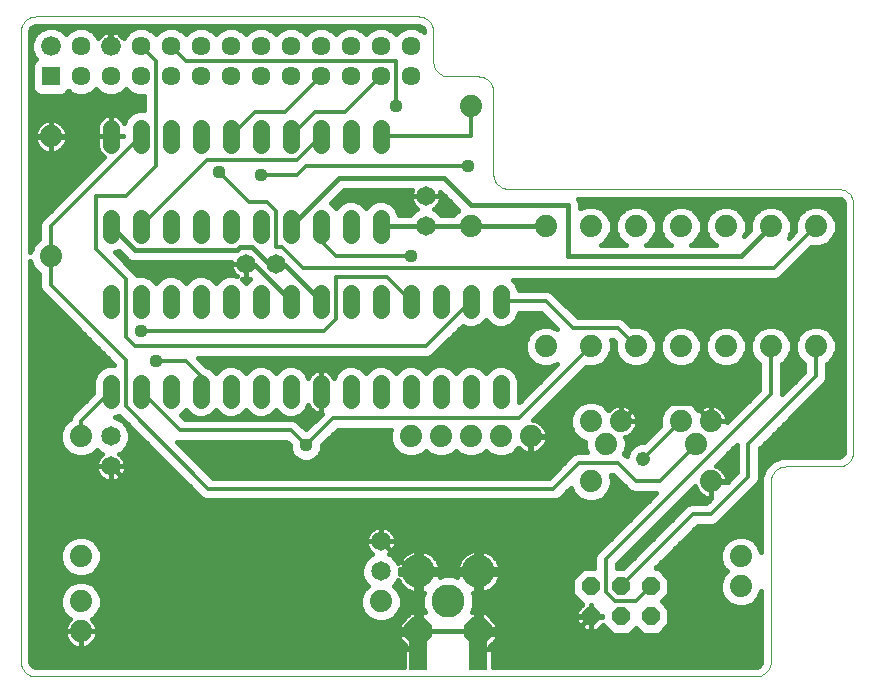
<source format=gbl>
G75*
G70*
%OFA0B0*%
%FSLAX24Y24*%
%IPPOS*%
%LPD*%
%AMOC8*
5,1,8,0,0,1.08239X$1,22.5*
%
%ADD10C,0.0000*%
%ADD11R,0.0634X0.0634*%
%ADD12C,0.0660*%
%ADD13C,0.0634*%
%ADD14C,0.1100*%
%ADD15OC8,0.0915*%
%ADD16R,0.0600X0.1600*%
%ADD17C,0.0650*%
%ADD18C,0.0560*%
%ADD19C,0.0740*%
%ADD20OC8,0.0600*%
%ADD21C,0.0150*%
%ADD22C,0.0160*%
%ADD23C,0.0476*%
%ADD24C,0.0120*%
%ADD25C,0.0440*%
D10*
X001680Y001180D02*
X025680Y001180D01*
X025724Y001182D01*
X025767Y001188D01*
X025809Y001197D01*
X025851Y001210D01*
X025891Y001227D01*
X025930Y001247D01*
X025967Y001270D01*
X026001Y001297D01*
X026034Y001326D01*
X026063Y001359D01*
X026090Y001393D01*
X026113Y001430D01*
X026133Y001469D01*
X026150Y001509D01*
X026163Y001551D01*
X026172Y001593D01*
X026178Y001636D01*
X026180Y001680D01*
X026180Y007680D01*
X026182Y007724D01*
X026188Y007767D01*
X026197Y007809D01*
X026210Y007851D01*
X026227Y007891D01*
X026247Y007930D01*
X026270Y007967D01*
X026297Y008001D01*
X026326Y008034D01*
X026359Y008063D01*
X026393Y008090D01*
X026430Y008113D01*
X026469Y008133D01*
X026509Y008150D01*
X026551Y008163D01*
X026593Y008172D01*
X026636Y008178D01*
X026680Y008180D01*
X028430Y008180D01*
X028474Y008182D01*
X028517Y008188D01*
X028559Y008197D01*
X028601Y008210D01*
X028641Y008227D01*
X028680Y008247D01*
X028717Y008270D01*
X028751Y008297D01*
X028784Y008326D01*
X028813Y008359D01*
X028840Y008393D01*
X028863Y008430D01*
X028883Y008469D01*
X028900Y008509D01*
X028913Y008551D01*
X028922Y008593D01*
X028928Y008636D01*
X028930Y008680D01*
X028930Y016930D01*
X028928Y016974D01*
X028922Y017017D01*
X028913Y017059D01*
X028900Y017101D01*
X028883Y017141D01*
X028863Y017180D01*
X028840Y017217D01*
X028813Y017251D01*
X028784Y017284D01*
X028751Y017313D01*
X028717Y017340D01*
X028680Y017363D01*
X028641Y017383D01*
X028601Y017400D01*
X028559Y017413D01*
X028517Y017422D01*
X028474Y017428D01*
X028430Y017430D01*
X017430Y017430D01*
X017386Y017432D01*
X017343Y017438D01*
X017301Y017447D01*
X017259Y017460D01*
X017219Y017477D01*
X017180Y017497D01*
X017143Y017520D01*
X017109Y017547D01*
X017076Y017576D01*
X017047Y017609D01*
X017020Y017643D01*
X016997Y017680D01*
X016977Y017719D01*
X016960Y017759D01*
X016947Y017801D01*
X016938Y017843D01*
X016932Y017886D01*
X016930Y017930D01*
X016930Y020680D01*
X016928Y020724D01*
X016922Y020767D01*
X016913Y020809D01*
X016900Y020851D01*
X016883Y020891D01*
X016863Y020930D01*
X016840Y020967D01*
X016813Y021001D01*
X016784Y021034D01*
X016751Y021063D01*
X016717Y021090D01*
X016680Y021113D01*
X016641Y021133D01*
X016601Y021150D01*
X016559Y021163D01*
X016517Y021172D01*
X016474Y021178D01*
X016430Y021180D01*
X015430Y021180D01*
X015386Y021182D01*
X015343Y021188D01*
X015301Y021197D01*
X015259Y021210D01*
X015219Y021227D01*
X015180Y021247D01*
X015143Y021270D01*
X015109Y021297D01*
X015076Y021326D01*
X015047Y021359D01*
X015020Y021393D01*
X014997Y021430D01*
X014977Y021469D01*
X014960Y021509D01*
X014947Y021551D01*
X014938Y021593D01*
X014932Y021636D01*
X014930Y021680D01*
X014930Y022680D01*
X014928Y022724D01*
X014922Y022767D01*
X014913Y022809D01*
X014900Y022851D01*
X014883Y022891D01*
X014863Y022930D01*
X014840Y022967D01*
X014813Y023001D01*
X014784Y023034D01*
X014751Y023063D01*
X014717Y023090D01*
X014680Y023113D01*
X014641Y023133D01*
X014601Y023150D01*
X014559Y023163D01*
X014517Y023172D01*
X014474Y023178D01*
X014430Y023180D01*
X001680Y023180D01*
X001636Y023178D01*
X001593Y023172D01*
X001551Y023163D01*
X001509Y023150D01*
X001469Y023133D01*
X001430Y023113D01*
X001393Y023090D01*
X001359Y023063D01*
X001326Y023034D01*
X001297Y023001D01*
X001270Y022967D01*
X001247Y022930D01*
X001227Y022891D01*
X001210Y022851D01*
X001197Y022809D01*
X001188Y022767D01*
X001182Y022724D01*
X001180Y022680D01*
X001180Y001680D01*
X001182Y001636D01*
X001188Y001593D01*
X001197Y001551D01*
X001210Y001509D01*
X001227Y001469D01*
X001247Y001430D01*
X001270Y001393D01*
X001297Y001359D01*
X001326Y001326D01*
X001359Y001297D01*
X001393Y001270D01*
X001430Y001247D01*
X001469Y001227D01*
X001509Y001210D01*
X001551Y001197D01*
X001593Y001188D01*
X001636Y001182D01*
X001680Y001180D01*
D11*
X002180Y021180D03*
D12*
X002180Y022180D03*
X004180Y022180D03*
D13*
X003180Y022180D03*
X003180Y021180D03*
X004180Y021180D03*
X005180Y021180D03*
X006180Y021180D03*
X007180Y021180D03*
X008180Y021180D03*
X009180Y021180D03*
X010180Y021180D03*
X011180Y021180D03*
X012180Y021180D03*
X013180Y021180D03*
X014180Y021180D03*
X014180Y022180D03*
X013180Y022180D03*
X012180Y022180D03*
X011180Y022180D03*
X010180Y022180D03*
X009180Y022180D03*
X008180Y022180D03*
X007180Y022180D03*
X006180Y022180D03*
X005180Y022180D03*
D14*
X014430Y004680D03*
X015430Y003680D03*
X016430Y004680D03*
D15*
X016430Y002680D03*
X014430Y002680D03*
D16*
X014430Y002180D03*
X016430Y002180D03*
D17*
X013180Y004680D03*
X013180Y005680D03*
X004180Y008180D03*
X004180Y009180D03*
X008680Y014930D03*
X009680Y014930D03*
X014680Y016180D03*
X014680Y017180D03*
D18*
X013180Y016460D02*
X013180Y015900D01*
X012180Y015900D02*
X012180Y016460D01*
X011180Y016460D02*
X011180Y015900D01*
X010180Y015900D02*
X010180Y016460D01*
X009180Y016460D02*
X009180Y015900D01*
X008180Y015900D02*
X008180Y016460D01*
X007180Y016460D02*
X007180Y015900D01*
X006180Y015900D02*
X006180Y016460D01*
X005180Y016460D02*
X005180Y015900D01*
X004180Y015900D02*
X004180Y016460D01*
X004180Y018900D02*
X004180Y019460D01*
X005180Y019460D02*
X005180Y018900D01*
X006180Y018900D02*
X006180Y019460D01*
X007180Y019460D02*
X007180Y018900D01*
X008180Y018900D02*
X008180Y019460D01*
X009180Y019460D02*
X009180Y018900D01*
X010180Y018900D02*
X010180Y019460D01*
X011180Y019460D02*
X011180Y018900D01*
X012180Y018900D02*
X012180Y019460D01*
X013180Y019460D02*
X013180Y018900D01*
X013180Y013960D02*
X013180Y013400D01*
X012180Y013400D02*
X012180Y013960D01*
X011180Y013960D02*
X011180Y013400D01*
X010180Y013400D02*
X010180Y013960D01*
X009180Y013960D02*
X009180Y013400D01*
X008180Y013400D02*
X008180Y013960D01*
X007180Y013960D02*
X007180Y013400D01*
X006180Y013400D02*
X006180Y013960D01*
X005180Y013960D02*
X005180Y013400D01*
X004180Y013400D02*
X004180Y013960D01*
X004180Y010960D02*
X004180Y010400D01*
X005180Y010400D02*
X005180Y010960D01*
X006180Y010960D02*
X006180Y010400D01*
X007180Y010400D02*
X007180Y010960D01*
X008180Y010960D02*
X008180Y010400D01*
X009180Y010400D02*
X009180Y010960D01*
X010180Y010960D02*
X010180Y010400D01*
X011180Y010400D02*
X011180Y010960D01*
X012180Y010960D02*
X012180Y010400D01*
X013180Y010400D02*
X013180Y010960D01*
X014180Y010960D02*
X014180Y010400D01*
X015180Y010400D02*
X015180Y010960D01*
X016180Y010960D02*
X016180Y010400D01*
X017180Y010400D02*
X017180Y010960D01*
X017180Y013400D02*
X017180Y013960D01*
X016180Y013960D02*
X016180Y013400D01*
X015180Y013400D02*
X015180Y013960D01*
X014180Y013960D02*
X014180Y013400D01*
D19*
X016180Y016180D03*
X018680Y016180D03*
X020180Y016180D03*
X021680Y016180D03*
X023180Y016180D03*
X024680Y016180D03*
X026180Y016180D03*
X027680Y016180D03*
X027680Y012180D03*
X026180Y012180D03*
X024680Y012180D03*
X023180Y012180D03*
X021680Y012180D03*
X020180Y012180D03*
X018680Y012180D03*
X020180Y009680D03*
X020680Y008930D03*
X021180Y009680D03*
X023180Y009680D03*
X023680Y008930D03*
X024180Y009680D03*
X024180Y007680D03*
X025180Y005180D03*
X025180Y004180D03*
X020180Y007680D03*
X018180Y009180D03*
X017180Y009180D03*
X016180Y009180D03*
X015180Y009180D03*
X014180Y009180D03*
X013180Y003680D03*
X003180Y003680D03*
X003180Y002680D03*
X003180Y005180D03*
X003180Y009180D03*
X002180Y015180D03*
X002180Y019180D03*
X016180Y020180D03*
D20*
X020180Y004180D03*
X021180Y004180D03*
X021180Y003180D03*
X020180Y003180D03*
X022180Y003180D03*
X022180Y004180D03*
D21*
X020180Y003180D02*
X019680Y002680D01*
X016480Y002680D01*
X016430Y002180D01*
X016430Y002680D02*
X016480Y002680D01*
X016430Y002680D02*
X014480Y002680D01*
X014430Y002680D01*
X014480Y002680D02*
X014480Y002180D01*
X014430Y002180D01*
X014430Y004680D02*
X014180Y004680D01*
X013180Y005680D01*
X006680Y005680D01*
X004180Y008180D01*
X010180Y013680D02*
X008980Y014880D01*
X008680Y014880D01*
X008680Y014930D01*
X008380Y015380D02*
X008480Y015480D01*
X008880Y015480D01*
X009380Y014980D01*
X009680Y014980D01*
X009680Y014930D01*
X009680Y014880D01*
X009980Y014880D01*
X011180Y013680D01*
X008380Y015380D02*
X004980Y015380D01*
X004180Y016180D01*
X004180Y019180D02*
X002180Y019180D01*
X010180Y016180D02*
X011780Y017780D01*
X015280Y017780D01*
X016180Y016880D01*
X019430Y016880D01*
X019430Y015180D01*
X025180Y015180D01*
X026180Y016180D01*
X023580Y010280D02*
X021780Y010280D01*
X021180Y009680D01*
X023580Y010280D02*
X024180Y009680D01*
X018680Y016180D02*
X016180Y016180D01*
X014680Y016180D01*
X013180Y016180D01*
D22*
X013780Y016575D02*
X013780Y016579D01*
X013689Y016800D01*
X013520Y016969D01*
X013299Y017060D01*
X013061Y017060D01*
X012840Y016969D01*
X012680Y016809D01*
X012520Y016969D01*
X012299Y017060D01*
X012061Y017060D01*
X011840Y016969D01*
X011680Y016809D01*
X011524Y016965D01*
X011944Y017385D01*
X014218Y017385D01*
X014212Y017374D01*
X014187Y017298D01*
X014175Y017220D01*
X014175Y017180D01*
X014680Y017180D01*
X015185Y017180D01*
X015185Y017220D01*
X015173Y017298D01*
X015158Y017344D01*
X015763Y016739D01*
X015599Y016575D01*
X015197Y016575D01*
X015045Y016727D01*
X014963Y016761D01*
X015009Y016795D01*
X015065Y016851D01*
X015112Y016915D01*
X015148Y016986D01*
X015173Y017062D01*
X015185Y017140D01*
X015185Y017180D01*
X014680Y017180D01*
X014680Y017180D01*
X014680Y017180D01*
X014175Y017180D01*
X014175Y017140D01*
X014187Y017062D01*
X014212Y016986D01*
X014248Y016915D01*
X014295Y016851D01*
X014351Y016795D01*
X014397Y016761D01*
X014315Y016727D01*
X014163Y016575D01*
X013780Y016575D01*
X013725Y016713D02*
X014301Y016713D01*
X014280Y016872D02*
X013617Y016872D01*
X013372Y017030D02*
X014198Y017030D01*
X014175Y017189D02*
X011747Y017189D01*
X011906Y017347D02*
X014203Y017347D01*
X015080Y016872D02*
X015630Y016872D01*
X015737Y016713D02*
X015059Y016713D01*
X015162Y017030D02*
X015471Y017030D01*
X015313Y017189D02*
X015185Y017189D01*
X012988Y017030D02*
X012372Y017030D01*
X012617Y016872D02*
X012743Y016872D01*
X011988Y017030D02*
X011589Y017030D01*
X011617Y016872D02*
X011743Y016872D01*
X008680Y014930D02*
X008680Y014425D01*
X008720Y014425D01*
X008798Y014437D01*
X008814Y014443D01*
X008680Y014309D01*
X008546Y014443D01*
X008562Y014437D01*
X008640Y014425D01*
X008680Y014425D01*
X008680Y014930D01*
X008680Y014930D01*
X008680Y014930D01*
X008175Y014930D01*
X008175Y014970D01*
X008177Y014985D01*
X004901Y014985D01*
X004756Y015045D01*
X004645Y015156D01*
X004442Y015359D01*
X004333Y015314D01*
X005002Y014645D01*
X005041Y014552D01*
X005061Y014560D01*
X005299Y014560D01*
X005520Y014469D01*
X005680Y014309D01*
X005840Y014469D01*
X006061Y014560D01*
X006299Y014560D01*
X006520Y014469D01*
X006680Y014309D01*
X006840Y014469D01*
X007061Y014560D01*
X007299Y014560D01*
X007520Y014469D01*
X007680Y014309D01*
X007840Y014469D01*
X008061Y014560D01*
X008299Y014560D01*
X008371Y014530D01*
X008351Y014545D01*
X008295Y014601D01*
X008248Y014665D01*
X008212Y014736D01*
X008187Y014812D01*
X008175Y014890D01*
X008175Y014930D01*
X008680Y014930D01*
X008680Y014811D02*
X008680Y014811D01*
X008680Y014653D02*
X008680Y014653D01*
X008680Y014494D02*
X008680Y014494D01*
X008653Y014336D02*
X008707Y014336D01*
X008257Y014653D02*
X004995Y014653D01*
X004836Y014811D02*
X008188Y014811D01*
X008175Y014970D02*
X004678Y014970D01*
X004673Y015128D02*
X004519Y015128D01*
X004515Y015287D02*
X004361Y015287D01*
X005459Y014494D02*
X005901Y014494D01*
X005707Y014336D02*
X005653Y014336D01*
X006459Y014494D02*
X006901Y014494D01*
X006707Y014336D02*
X006653Y014336D01*
X007459Y014494D02*
X007901Y014494D01*
X007707Y014336D02*
X007653Y014336D01*
X007097Y011800D02*
X014756Y011800D01*
X014895Y011858D01*
X015002Y011965D01*
X015903Y012865D01*
X016061Y012800D01*
X016299Y012800D01*
X016520Y012891D01*
X016680Y013051D01*
X016840Y012891D01*
X017061Y012800D01*
X017299Y012800D01*
X017520Y012891D01*
X017689Y013060D01*
X017780Y013281D01*
X017780Y013300D01*
X018523Y013300D01*
X019048Y012774D01*
X018817Y012870D01*
X018543Y012870D01*
X018289Y012765D01*
X018095Y012571D01*
X017990Y012317D01*
X017990Y012043D01*
X018095Y011789D01*
X018289Y011595D01*
X018543Y011490D01*
X018817Y011490D01*
X019048Y011586D01*
X017780Y010317D01*
X017780Y011079D01*
X017689Y011300D01*
X017520Y011469D01*
X017299Y011560D01*
X017061Y011560D01*
X016840Y011469D01*
X016680Y011309D01*
X016520Y011469D01*
X016299Y011560D01*
X016061Y011560D01*
X015840Y011469D01*
X015680Y011309D01*
X015520Y011469D01*
X015299Y011560D01*
X015061Y011560D01*
X014840Y011469D01*
X014680Y011309D01*
X014520Y011469D01*
X014299Y011560D01*
X014061Y011560D01*
X013840Y011469D01*
X013680Y011309D01*
X013520Y011469D01*
X013299Y011560D01*
X013061Y011560D01*
X012840Y011469D01*
X012680Y011309D01*
X012520Y011469D01*
X012299Y011560D01*
X012061Y011560D01*
X011840Y011469D01*
X011671Y011300D01*
X011605Y011139D01*
X011573Y011201D01*
X011531Y011260D01*
X011480Y011311D01*
X011421Y011353D01*
X011357Y011386D01*
X011288Y011409D01*
X011216Y011420D01*
X011180Y011420D01*
X011180Y010680D01*
X011180Y010680D01*
X011180Y009940D01*
X011203Y009940D01*
X010683Y009420D01*
X010677Y009420D01*
X010502Y009595D01*
X010395Y009702D01*
X010256Y009760D01*
X006637Y009760D01*
X006510Y009887D01*
X006520Y009891D01*
X006680Y010051D01*
X006840Y009891D01*
X007061Y009800D01*
X007299Y009800D01*
X007520Y009891D01*
X007680Y010051D01*
X007840Y009891D01*
X008061Y009800D01*
X008299Y009800D01*
X008520Y009891D01*
X008680Y010051D01*
X008840Y009891D01*
X009061Y009800D01*
X009299Y009800D01*
X009520Y009891D01*
X009680Y010051D01*
X009840Y009891D01*
X010061Y009800D01*
X010299Y009800D01*
X010520Y009891D01*
X010689Y010060D01*
X010755Y010221D01*
X010787Y010159D01*
X010829Y010100D01*
X010880Y010049D01*
X010939Y010007D01*
X011003Y009974D01*
X011072Y009951D01*
X011144Y009940D01*
X011180Y009940D01*
X011180Y010680D01*
X011180Y010680D01*
X011180Y011420D01*
X011144Y011420D01*
X011072Y011409D01*
X011003Y011386D01*
X010939Y011353D01*
X010880Y011311D01*
X010829Y011260D01*
X010787Y011201D01*
X010755Y011139D01*
X010689Y011300D01*
X010520Y011469D01*
X010299Y011560D01*
X010061Y011560D01*
X009840Y011469D01*
X009680Y011309D01*
X009520Y011469D01*
X009299Y011560D01*
X009061Y011560D01*
X008840Y011469D01*
X008680Y011309D01*
X008520Y011469D01*
X008299Y011560D01*
X008061Y011560D01*
X007840Y011469D01*
X007680Y011309D01*
X007520Y011469D01*
X007364Y011533D01*
X007097Y011800D01*
X007098Y011800D02*
X018091Y011800D01*
X018025Y011958D02*
X014995Y011958D01*
X015154Y012117D02*
X017990Y012117D01*
X017990Y012275D02*
X015312Y012275D01*
X015471Y012434D02*
X018038Y012434D01*
X018116Y012592D02*
X015629Y012592D01*
X015788Y012751D02*
X018275Y012751D01*
X018755Y013068D02*
X017692Y013068D01*
X017757Y013226D02*
X018597Y013226D01*
X018914Y012909D02*
X017538Y012909D01*
X016822Y012909D02*
X016538Y012909D01*
X016486Y011483D02*
X016874Y011483D01*
X016695Y011324D02*
X016665Y011324D01*
X015874Y011483D02*
X015486Y011483D01*
X015665Y011324D02*
X015695Y011324D01*
X014874Y011483D02*
X014486Y011483D01*
X014665Y011324D02*
X014695Y011324D01*
X013874Y011483D02*
X013486Y011483D01*
X013665Y011324D02*
X013695Y011324D01*
X012874Y011483D02*
X012486Y011483D01*
X012665Y011324D02*
X012695Y011324D01*
X011874Y011483D02*
X010486Y011483D01*
X010665Y011324D02*
X010898Y011324D01*
X010768Y011166D02*
X010744Y011166D01*
X011180Y011166D02*
X011180Y011166D01*
X011180Y011324D02*
X011180Y011324D01*
X011462Y011324D02*
X011695Y011324D01*
X011616Y011166D02*
X011592Y011166D01*
X011180Y011007D02*
X011180Y011007D01*
X011180Y010849D02*
X011180Y010849D01*
X011180Y010690D02*
X011180Y010690D01*
X011180Y010532D02*
X011180Y010532D01*
X011180Y010373D02*
X011180Y010373D01*
X011180Y010215D02*
X011180Y010215D01*
X011180Y010056D02*
X011180Y010056D01*
X011160Y009898D02*
X010526Y009898D01*
X010685Y010056D02*
X010873Y010056D01*
X010758Y010215D02*
X010753Y010215D01*
X011002Y009739D02*
X010306Y009739D01*
X010517Y009581D02*
X010843Y009581D01*
X010685Y009422D02*
X010675Y009422D01*
X010140Y008883D02*
X010140Y008773D01*
X010222Y008574D01*
X010374Y008422D01*
X010573Y008340D01*
X010787Y008340D01*
X010986Y008422D01*
X011138Y008574D01*
X011220Y008773D01*
X011220Y008883D01*
X011737Y009400D01*
X013524Y009400D01*
X013490Y009317D01*
X013490Y009043D01*
X013595Y008789D01*
X013789Y008595D01*
X014043Y008490D01*
X014317Y008490D01*
X014571Y008595D01*
X014680Y008704D01*
X014789Y008595D01*
X015043Y008490D01*
X015317Y008490D01*
X015571Y008595D01*
X015680Y008704D01*
X015789Y008595D01*
X016043Y008490D01*
X016317Y008490D01*
X016571Y008595D01*
X016680Y008704D01*
X016789Y008595D01*
X017043Y008490D01*
X017317Y008490D01*
X017571Y008595D01*
X017765Y008789D01*
X017773Y008809D01*
X017822Y008760D01*
X017892Y008710D01*
X017969Y008670D01*
X018051Y008644D01*
X018137Y008630D01*
X018160Y008630D01*
X018160Y009160D01*
X018200Y009160D01*
X018200Y009200D01*
X018730Y009200D01*
X018730Y009223D01*
X018716Y009309D01*
X018690Y009391D01*
X018650Y009468D01*
X018600Y009538D01*
X018538Y009600D01*
X018468Y009650D01*
X018391Y009690D01*
X018309Y009716D01*
X018261Y009724D01*
X020032Y011494D01*
X020043Y011490D01*
X020317Y011490D01*
X020571Y011595D01*
X020765Y011789D01*
X020870Y012043D01*
X020870Y012317D01*
X020836Y012400D01*
X020923Y012400D01*
X020994Y012328D01*
X020990Y012317D01*
X020990Y012043D01*
X021095Y011789D01*
X021289Y011595D01*
X021543Y011490D01*
X021817Y011490D01*
X022071Y011595D01*
X022265Y011789D01*
X022370Y012043D01*
X022370Y012317D01*
X022265Y012571D01*
X022071Y012765D01*
X021817Y012870D01*
X021543Y012870D01*
X021532Y012866D01*
X021295Y013102D01*
X021156Y013160D01*
X019737Y013160D01*
X018895Y014002D01*
X018756Y014060D01*
X017780Y014060D01*
X017780Y014079D01*
X017689Y014300D01*
X017589Y014400D01*
X026356Y014400D01*
X026495Y014458D01*
X026602Y014565D01*
X027532Y015494D01*
X027543Y015490D01*
X027817Y015490D01*
X028071Y015595D01*
X028265Y015789D01*
X028370Y016043D01*
X028370Y016317D01*
X028265Y016571D01*
X028071Y016765D01*
X027817Y016870D01*
X027543Y016870D01*
X027289Y016765D01*
X027095Y016571D01*
X026990Y016317D01*
X026990Y016043D01*
X026994Y016032D01*
X026774Y015812D01*
X026870Y016043D01*
X026870Y016317D01*
X026765Y016571D01*
X026571Y016765D01*
X026317Y016870D01*
X026043Y016870D01*
X025789Y016765D01*
X025595Y016571D01*
X025490Y016317D01*
X025490Y016049D01*
X025289Y015848D01*
X025370Y016043D01*
X025370Y016317D01*
X025265Y016571D01*
X025071Y016765D01*
X024817Y016870D01*
X024543Y016870D01*
X024289Y016765D01*
X024095Y016571D01*
X023990Y016317D01*
X023990Y016043D01*
X024095Y015789D01*
X024289Y015595D01*
X024338Y015575D01*
X023522Y015575D01*
X023571Y015595D01*
X023765Y015789D01*
X023870Y016043D01*
X023870Y016317D01*
X023765Y016571D01*
X023571Y016765D01*
X023317Y016870D01*
X023043Y016870D01*
X022789Y016765D01*
X022595Y016571D01*
X022490Y016317D01*
X022490Y016043D01*
X022595Y015789D01*
X022789Y015595D01*
X022838Y015575D01*
X022022Y015575D01*
X022071Y015595D01*
X022265Y015789D01*
X022370Y016043D01*
X022370Y016317D01*
X022265Y016571D01*
X022071Y016765D01*
X021817Y016870D01*
X021543Y016870D01*
X021289Y016765D01*
X021095Y016571D01*
X020990Y016317D01*
X020990Y016043D01*
X021095Y015789D01*
X021289Y015595D01*
X021338Y015575D01*
X020522Y015575D01*
X020571Y015595D01*
X020765Y015789D01*
X020870Y016043D01*
X020870Y016317D01*
X020765Y016571D01*
X020571Y016765D01*
X020317Y016870D01*
X020043Y016870D01*
X019825Y016780D01*
X019825Y016959D01*
X019765Y017104D01*
X019759Y017110D01*
X028430Y017110D01*
X028465Y017107D01*
X028530Y017080D01*
X028580Y017030D01*
X028607Y016965D01*
X028610Y016930D01*
X028610Y008680D01*
X028607Y008645D01*
X028580Y008580D01*
X028530Y008530D01*
X028465Y008503D01*
X028430Y008500D01*
X026517Y008500D01*
X026216Y008375D01*
X026216Y008375D01*
X025985Y008144D01*
X025860Y007843D01*
X025860Y005341D01*
X025765Y005571D01*
X025571Y005765D01*
X025317Y005870D01*
X025043Y005870D01*
X024789Y005765D01*
X024595Y005571D01*
X024490Y005317D01*
X024490Y005043D01*
X024595Y004789D01*
X024704Y004680D01*
X024595Y004571D01*
X024490Y004317D01*
X024490Y004043D01*
X024595Y003789D01*
X024789Y003595D01*
X025043Y003490D01*
X025317Y003490D01*
X025571Y003595D01*
X025765Y003789D01*
X025860Y004019D01*
X025860Y001680D01*
X025857Y001645D01*
X025830Y001580D01*
X025780Y001530D01*
X025715Y001503D01*
X025680Y001500D01*
X016910Y001500D01*
X016910Y002110D01*
X016762Y002110D01*
X016902Y002250D01*
X016910Y002250D01*
X016910Y002258D01*
X017067Y002416D01*
X017067Y002607D01*
X020877Y002607D01*
X020923Y002560D02*
X021437Y002560D01*
X021680Y002803D01*
X021923Y002560D01*
X022437Y002560D01*
X022800Y002923D01*
X022800Y003437D01*
X022557Y003680D01*
X022800Y003923D01*
X022800Y004437D01*
X022437Y004800D01*
X022337Y004800D01*
X023737Y006200D01*
X024256Y006200D01*
X024395Y006258D01*
X025752Y007615D01*
X025810Y007754D01*
X025810Y008773D01*
X027895Y010858D01*
X028002Y010965D01*
X028060Y011104D01*
X028060Y011591D01*
X028071Y011595D01*
X028265Y011789D01*
X028370Y012043D01*
X028370Y012317D01*
X028265Y012571D01*
X028071Y012765D01*
X027817Y012870D01*
X027543Y012870D01*
X027289Y012765D01*
X027095Y012571D01*
X026990Y012317D01*
X026990Y012043D01*
X027095Y011789D01*
X027289Y011595D01*
X027300Y011591D01*
X027300Y011337D01*
X026560Y010597D01*
X026560Y011591D01*
X026571Y011595D01*
X026765Y011789D01*
X026870Y012043D01*
X026870Y012317D01*
X026765Y012571D01*
X026571Y012765D01*
X026317Y012870D01*
X026043Y012870D01*
X025789Y012765D01*
X025595Y012571D01*
X025490Y012317D01*
X025490Y012043D01*
X025595Y011789D01*
X025789Y011595D01*
X025800Y011591D01*
X025800Y010737D01*
X024730Y009667D01*
X024730Y009680D01*
X024730Y009723D01*
X024716Y009809D01*
X024690Y009891D01*
X024650Y009968D01*
X024600Y010038D01*
X024538Y010100D01*
X024468Y010150D01*
X024391Y010190D01*
X024309Y010216D01*
X024223Y010230D01*
X024180Y010230D01*
X024180Y009680D01*
X024180Y009680D01*
X024730Y009680D01*
X024180Y009680D01*
X024180Y009680D01*
X024180Y010230D01*
X024137Y010230D01*
X024051Y010216D01*
X023969Y010190D01*
X023892Y010150D01*
X023822Y010100D01*
X023773Y010051D01*
X023765Y010071D01*
X023571Y010265D01*
X023317Y010370D01*
X023043Y010370D01*
X022789Y010265D01*
X022595Y010071D01*
X022490Y009817D01*
X022490Y009543D01*
X022494Y009532D01*
X021951Y008988D01*
X021819Y008988D01*
X021614Y008903D01*
X021457Y008746D01*
X021372Y008541D01*
X021372Y008526D01*
X021295Y008602D01*
X021292Y008604D01*
X021370Y008793D01*
X021370Y009067D01*
X021335Y009152D01*
X021391Y009170D01*
X021468Y009210D01*
X021538Y009260D01*
X021600Y009322D01*
X021650Y009392D01*
X021690Y009469D01*
X021716Y009551D01*
X021730Y009637D01*
X021730Y009680D01*
X021730Y009723D01*
X021716Y009809D01*
X021690Y009891D01*
X021650Y009968D01*
X021600Y010038D01*
X021538Y010100D01*
X021468Y010150D01*
X021391Y010190D01*
X021309Y010216D01*
X021223Y010230D01*
X021180Y010230D01*
X021180Y009680D01*
X021180Y009680D01*
X021730Y009680D01*
X021180Y009680D01*
X021180Y009680D01*
X021180Y010230D01*
X021137Y010230D01*
X021051Y010216D01*
X020969Y010190D01*
X020892Y010150D01*
X020822Y010100D01*
X020773Y010051D01*
X020765Y010071D01*
X020571Y010265D01*
X020317Y010370D01*
X020043Y010370D01*
X019789Y010265D01*
X019595Y010071D01*
X019490Y009817D01*
X019490Y009543D01*
X019595Y009289D01*
X019789Y009095D01*
X019990Y009012D01*
X019990Y008793D01*
X020045Y008660D01*
X019704Y008660D01*
X019565Y008602D01*
X019458Y008495D01*
X018773Y007810D01*
X007587Y007810D01*
X006392Y009005D01*
X006404Y009000D01*
X010023Y009000D01*
X010140Y008883D01*
X010076Y008947D02*
X006451Y008947D01*
X006609Y008788D02*
X010140Y008788D01*
X010199Y008630D02*
X006768Y008630D01*
X006926Y008471D02*
X010325Y008471D01*
X011035Y008471D02*
X019434Y008471D01*
X019275Y008313D02*
X007085Y008313D01*
X007243Y008154D02*
X019117Y008154D01*
X018958Y007996D02*
X007402Y007996D01*
X007560Y007837D02*
X018800Y007837D01*
X019399Y007362D02*
X019565Y007362D01*
X019595Y007289D02*
X019516Y007479D01*
X019145Y007108D01*
X019006Y007050D01*
X007354Y007050D01*
X007215Y007108D01*
X004465Y009858D01*
X004457Y009865D01*
X004334Y009814D01*
X004545Y009727D01*
X004727Y009545D01*
X004825Y009308D01*
X004825Y009052D01*
X004727Y008815D01*
X004545Y008633D01*
X004463Y008599D01*
X004509Y008565D01*
X004565Y008509D01*
X004612Y008445D01*
X004648Y008374D01*
X004673Y008298D01*
X004685Y008220D01*
X004685Y008180D01*
X004180Y008180D01*
X004180Y008180D01*
X004685Y008180D01*
X004685Y008140D01*
X004673Y008062D01*
X004648Y007986D01*
X004612Y007915D01*
X004565Y007851D01*
X004509Y007795D01*
X004445Y007748D01*
X004374Y007712D01*
X004298Y007687D01*
X004220Y007675D01*
X004180Y007675D01*
X004180Y008180D01*
X004180Y008180D01*
X004180Y008180D01*
X003675Y008180D01*
X003675Y008220D01*
X003687Y008298D01*
X003712Y008374D01*
X003748Y008445D01*
X003795Y008509D01*
X003851Y008565D01*
X003897Y008599D01*
X003815Y008633D01*
X003712Y008736D01*
X003571Y008595D01*
X003317Y008490D01*
X003043Y008490D01*
X002789Y008595D01*
X002595Y008789D01*
X002490Y009043D01*
X002490Y009317D01*
X002595Y009571D01*
X002789Y009765D01*
X002807Y009772D01*
X002858Y009895D01*
X002965Y010002D01*
X003580Y010617D01*
X003580Y011079D01*
X003671Y011300D01*
X003840Y011469D01*
X004061Y011560D01*
X004299Y011560D01*
X004300Y011560D01*
X004300Y011573D01*
X001858Y014015D01*
X001800Y014154D01*
X001800Y014591D01*
X001789Y014595D01*
X001595Y014789D01*
X001500Y015019D01*
X001500Y001680D01*
X001503Y001645D01*
X001530Y001580D01*
X001580Y001530D01*
X001645Y001503D01*
X001680Y001500D01*
X013950Y001500D01*
X013950Y002110D01*
X014098Y002110D01*
X013958Y002250D01*
X013950Y002250D01*
X013950Y002258D01*
X013793Y002416D01*
X013793Y002607D01*
X013950Y002607D01*
X013950Y002753D01*
X013792Y002753D01*
X013793Y002944D01*
X014166Y003317D01*
X014357Y003317D01*
X014357Y003160D01*
X014360Y003160D01*
X014360Y002753D01*
X014500Y002753D01*
X014500Y003160D01*
X014503Y003160D01*
X014503Y003317D01*
X014638Y003317D01*
X014560Y003507D01*
X014560Y003853D01*
X014609Y003972D01*
X014573Y003962D01*
X014503Y003953D01*
X014503Y004607D01*
X014503Y004753D01*
X014357Y004753D01*
X014357Y005407D01*
X014287Y005398D01*
X014195Y005373D01*
X014106Y005336D01*
X014024Y005288D01*
X013948Y005230D01*
X013880Y005162D01*
X013822Y005086D01*
X013774Y005004D01*
X013759Y004968D01*
X013727Y005045D01*
X013545Y005227D01*
X013463Y005261D01*
X013509Y005295D01*
X013565Y005351D01*
X013612Y005415D01*
X013648Y005486D01*
X013673Y005562D01*
X013685Y005640D01*
X013685Y005680D01*
X013685Y005720D01*
X013673Y005798D01*
X013648Y005874D01*
X013612Y005945D01*
X013565Y006009D01*
X013509Y006065D01*
X013445Y006112D01*
X013374Y006148D01*
X013298Y006173D01*
X013220Y006185D01*
X013180Y006185D01*
X013180Y005680D01*
X013180Y005680D01*
X013685Y005680D01*
X013180Y005680D01*
X013180Y005680D01*
X013180Y005680D01*
X012675Y005680D01*
X012675Y005720D01*
X012687Y005798D01*
X012712Y005874D01*
X012748Y005945D01*
X012795Y006009D01*
X012851Y006065D01*
X012915Y006112D01*
X012986Y006148D01*
X013062Y006173D01*
X013140Y006185D01*
X013180Y006185D01*
X013180Y005680D01*
X012675Y005680D01*
X012675Y005640D01*
X012687Y005562D01*
X012712Y005486D01*
X012748Y005415D01*
X012795Y005351D01*
X012851Y005295D01*
X012897Y005261D01*
X012815Y005227D01*
X012633Y005045D01*
X012535Y004808D01*
X012535Y004552D01*
X012633Y004315D01*
X012736Y004212D01*
X012595Y004071D01*
X012490Y003817D01*
X012490Y003543D01*
X012595Y003289D01*
X012789Y003095D01*
X013043Y002990D01*
X013317Y002990D01*
X013571Y003095D01*
X013765Y003289D01*
X013870Y003543D01*
X013870Y003817D01*
X013765Y004071D01*
X013624Y004212D01*
X013727Y004315D01*
X013759Y004392D01*
X013774Y004356D01*
X013822Y004274D01*
X013880Y004198D01*
X013948Y004130D01*
X014024Y004072D01*
X014106Y004024D01*
X014195Y003987D01*
X014287Y003962D01*
X014357Y003953D01*
X014357Y004607D01*
X013825Y004607D01*
X013825Y004753D01*
X014357Y004753D01*
X014357Y004607D01*
X014503Y004607D01*
X015157Y004607D01*
X015148Y004537D01*
X015138Y004501D01*
X015257Y004550D01*
X015603Y004550D01*
X015722Y004501D01*
X015712Y004537D01*
X015703Y004607D01*
X016357Y004607D01*
X016357Y004753D01*
X016357Y005407D01*
X016287Y005398D01*
X016195Y005373D01*
X016106Y005336D01*
X016024Y005288D01*
X015948Y005230D01*
X015880Y005162D01*
X015822Y005086D01*
X015774Y005004D01*
X015737Y004915D01*
X015712Y004823D01*
X015703Y004753D01*
X016357Y004753D01*
X016503Y004753D01*
X016503Y005407D01*
X016573Y005398D01*
X016665Y005373D01*
X016754Y005336D01*
X016836Y005288D01*
X016912Y005230D01*
X016980Y005162D01*
X017038Y005086D01*
X017086Y005004D01*
X017123Y004915D01*
X017148Y004823D01*
X017157Y004753D01*
X016503Y004753D01*
X016503Y004607D01*
X017157Y004607D01*
X017148Y004537D01*
X017123Y004445D01*
X017086Y004356D01*
X017038Y004274D01*
X016980Y004198D01*
X016912Y004130D01*
X016836Y004072D01*
X016754Y004024D01*
X016665Y003987D01*
X016573Y003962D01*
X016503Y003953D01*
X016503Y004607D01*
X016357Y004607D01*
X016357Y003953D01*
X016287Y003962D01*
X016251Y003972D01*
X016300Y003853D01*
X016300Y003507D01*
X016222Y003317D01*
X016357Y003317D01*
X016357Y003160D01*
X016360Y003160D01*
X016360Y002753D01*
X016500Y002753D01*
X016500Y003160D01*
X016503Y003160D01*
X016503Y003317D01*
X016694Y003317D01*
X017067Y002944D01*
X017067Y002753D01*
X016910Y002753D01*
X016910Y002607D01*
X017067Y002607D01*
X017067Y002765D02*
X019916Y002765D01*
X019981Y002700D02*
X020170Y002700D01*
X020170Y003170D01*
X020190Y003170D01*
X020190Y003190D01*
X020560Y003190D01*
X020560Y003170D01*
X020190Y003170D01*
X020190Y002700D01*
X020379Y002700D01*
X020581Y002902D01*
X020923Y002560D01*
X020718Y002765D02*
X020444Y002765D01*
X020190Y002765D02*
X020170Y002765D01*
X020170Y002924D02*
X020190Y002924D01*
X020190Y003082D02*
X020170Y003082D01*
X020170Y003170D02*
X019700Y003170D01*
X019700Y002981D01*
X019981Y002700D01*
X019758Y002924D02*
X017067Y002924D01*
X016930Y003082D02*
X019700Y003082D01*
X019700Y003190D02*
X020170Y003190D01*
X020170Y003560D01*
X020190Y003560D01*
X020190Y003190D01*
X020170Y003190D01*
X020170Y003170D01*
X020170Y003241D02*
X020190Y003241D01*
X020190Y003399D02*
X020170Y003399D01*
X020170Y003558D02*
X020190Y003558D01*
X019902Y003581D02*
X019700Y003379D01*
X019700Y003190D01*
X019700Y003241D02*
X016771Y003241D01*
X016503Y003241D02*
X016357Y003241D01*
X016360Y003082D02*
X016500Y003082D01*
X016500Y002924D02*
X016360Y002924D01*
X016360Y002765D02*
X016500Y002765D01*
X016500Y002607D02*
X016360Y002607D01*
X016360Y002250D01*
X016500Y002250D01*
X016500Y002607D01*
X016360Y002607D01*
X016360Y002448D02*
X016500Y002448D01*
X016500Y002290D02*
X016360Y002290D01*
X016783Y002131D02*
X025860Y002131D01*
X025860Y001973D02*
X016910Y001973D01*
X016910Y001814D02*
X025860Y001814D01*
X025858Y001656D02*
X016910Y001656D01*
X016941Y002290D02*
X025860Y002290D01*
X025860Y002448D02*
X017067Y002448D01*
X016255Y003399D02*
X019720Y003399D01*
X019879Y003558D02*
X016300Y003558D01*
X016300Y003716D02*
X019767Y003716D01*
X019902Y003581D02*
X019560Y003923D01*
X019560Y004437D01*
X019923Y004800D01*
X020300Y004800D01*
X020300Y005156D01*
X020358Y005295D01*
X022363Y007300D01*
X021604Y007300D01*
X021465Y007358D01*
X021358Y007465D01*
X020923Y007900D01*
X020836Y007900D01*
X020870Y007817D01*
X020870Y007543D01*
X020765Y007289D01*
X020571Y007095D01*
X020317Y006990D01*
X020043Y006990D01*
X019789Y007095D01*
X019595Y007289D01*
X019681Y007203D02*
X019240Y007203D01*
X019911Y007045D02*
X001500Y007045D01*
X001500Y007203D02*
X007120Y007203D01*
X006961Y007362D02*
X001500Y007362D01*
X001500Y007520D02*
X006803Y007520D01*
X006644Y007679D02*
X004242Y007679D01*
X004180Y007679D02*
X004180Y007679D01*
X004180Y007675D02*
X004180Y008180D01*
X003675Y008180D01*
X003675Y008140D01*
X003687Y008062D01*
X003712Y007986D01*
X003748Y007915D01*
X003795Y007851D01*
X003851Y007795D01*
X003915Y007748D01*
X003986Y007712D01*
X004062Y007687D01*
X004140Y007675D01*
X004180Y007675D01*
X004118Y007679D02*
X001500Y007679D01*
X001500Y007837D02*
X003809Y007837D01*
X003709Y007996D02*
X001500Y007996D01*
X001500Y008154D02*
X003675Y008154D01*
X003692Y008313D02*
X001500Y008313D01*
X001500Y008471D02*
X003767Y008471D01*
X003824Y008630D02*
X003605Y008630D01*
X004180Y008154D02*
X004180Y008154D01*
X004180Y007996D02*
X004180Y007996D01*
X004180Y007837D02*
X004180Y007837D01*
X004551Y007837D02*
X006486Y007837D01*
X006327Y007996D02*
X004651Y007996D01*
X004685Y008154D02*
X006169Y008154D01*
X006010Y008313D02*
X004668Y008313D01*
X004593Y008471D02*
X005852Y008471D01*
X005693Y008630D02*
X004536Y008630D01*
X004700Y008788D02*
X005535Y008788D01*
X005376Y008947D02*
X004781Y008947D01*
X004825Y009105D02*
X005218Y009105D01*
X005059Y009264D02*
X004825Y009264D01*
X004778Y009422D02*
X004901Y009422D01*
X004742Y009581D02*
X004692Y009581D01*
X004584Y009739D02*
X004516Y009739D01*
X003494Y010532D02*
X001500Y010532D01*
X001500Y010690D02*
X003580Y010690D01*
X003580Y010849D02*
X001500Y010849D01*
X001500Y011007D02*
X003580Y011007D01*
X003616Y011166D02*
X001500Y011166D01*
X001500Y011324D02*
X003695Y011324D01*
X003874Y011483D02*
X001500Y011483D01*
X001500Y011641D02*
X004232Y011641D01*
X004073Y011800D02*
X001500Y011800D01*
X001500Y011958D02*
X003915Y011958D01*
X003756Y012117D02*
X001500Y012117D01*
X001500Y012275D02*
X003598Y012275D01*
X003439Y012434D02*
X001500Y012434D01*
X001500Y012592D02*
X003281Y012592D01*
X003122Y012751D02*
X001500Y012751D01*
X001500Y012909D02*
X002964Y012909D01*
X002805Y013068D02*
X001500Y013068D01*
X001500Y013226D02*
X002647Y013226D01*
X002488Y013385D02*
X001500Y013385D01*
X001500Y013543D02*
X002330Y013543D01*
X002171Y013702D02*
X001500Y013702D01*
X001500Y013860D02*
X002013Y013860D01*
X001856Y014019D02*
X001500Y014019D01*
X001500Y014177D02*
X001800Y014177D01*
X001800Y014336D02*
X001500Y014336D01*
X001500Y014494D02*
X001800Y014494D01*
X001732Y014653D02*
X001500Y014653D01*
X001500Y014811D02*
X001586Y014811D01*
X001520Y014970D02*
X001500Y014970D01*
X001500Y015341D02*
X001500Y022680D01*
X001503Y022715D01*
X001530Y022780D01*
X001580Y022830D01*
X001645Y022857D01*
X001680Y022860D01*
X014430Y022860D01*
X014465Y022857D01*
X014530Y022830D01*
X014580Y022780D01*
X014607Y022715D01*
X014610Y022680D01*
X014610Y022651D01*
X014541Y022720D01*
X014307Y022817D01*
X014053Y022817D01*
X013819Y022720D01*
X013680Y022581D01*
X013541Y022720D01*
X013307Y022817D01*
X013053Y022817D01*
X012819Y022720D01*
X012680Y022581D01*
X012541Y022720D01*
X012307Y022817D01*
X012053Y022817D01*
X011819Y022720D01*
X011680Y022581D01*
X011541Y022720D01*
X011307Y022817D01*
X011053Y022817D01*
X010819Y022720D01*
X010680Y022581D01*
X010541Y022720D01*
X010307Y022817D01*
X010053Y022817D01*
X009819Y022720D01*
X009680Y022581D01*
X009541Y022720D01*
X009307Y022817D01*
X009053Y022817D01*
X008819Y022720D01*
X008680Y022581D01*
X008541Y022720D01*
X008307Y022817D01*
X008053Y022817D01*
X007819Y022720D01*
X007680Y022581D01*
X007541Y022720D01*
X007307Y022817D01*
X007053Y022817D01*
X006819Y022720D01*
X006680Y022581D01*
X006541Y022720D01*
X006307Y022817D01*
X006053Y022817D01*
X005819Y022720D01*
X005680Y022581D01*
X005541Y022720D01*
X005307Y022817D01*
X005053Y022817D01*
X004819Y022720D01*
X004640Y022541D01*
X004607Y022460D01*
X004569Y022512D01*
X004512Y022569D01*
X004447Y022616D01*
X004376Y022653D01*
X004299Y022677D01*
X004220Y022690D01*
X004198Y022690D01*
X004198Y022198D01*
X004162Y022198D01*
X004162Y022690D01*
X004140Y022690D01*
X004061Y022677D01*
X003984Y022653D01*
X003913Y022616D01*
X003848Y022569D01*
X003791Y022512D01*
X003753Y022460D01*
X003720Y022541D01*
X003541Y022720D01*
X003307Y022817D01*
X003053Y022817D01*
X002819Y022720D01*
X002689Y022590D01*
X002548Y022731D01*
X002309Y022830D01*
X002051Y022830D01*
X001812Y022731D01*
X001629Y022548D01*
X001530Y022309D01*
X001530Y022051D01*
X001629Y021812D01*
X001677Y021764D01*
X001592Y021678D01*
X001543Y021561D01*
X001543Y020799D01*
X001592Y020682D01*
X001682Y020592D01*
X001799Y020543D01*
X002561Y020543D01*
X002678Y020592D01*
X002768Y020682D01*
X002771Y020688D01*
X002819Y020640D01*
X003053Y020543D01*
X003307Y020543D01*
X003541Y020640D01*
X003680Y020779D01*
X003819Y020640D01*
X004053Y020543D01*
X004307Y020543D01*
X004541Y020640D01*
X004680Y020779D01*
X004819Y020640D01*
X005053Y020543D01*
X005300Y020543D01*
X005300Y020060D01*
X005299Y020060D01*
X005061Y020060D01*
X004840Y019969D01*
X004671Y019800D01*
X004605Y019639D01*
X004573Y019701D01*
X004531Y019760D01*
X004480Y019811D01*
X004421Y019853D01*
X004357Y019886D01*
X004288Y019909D01*
X004216Y019920D01*
X004180Y019920D01*
X004180Y019180D01*
X004180Y019180D01*
X004580Y019180D01*
X004580Y019180D01*
X004180Y019180D01*
X004180Y019180D01*
X004180Y018717D01*
X004180Y019180D01*
X004180Y019180D01*
X004180Y019180D01*
X003720Y019180D01*
X003720Y019496D01*
X003731Y019568D01*
X003754Y019637D01*
X003787Y019701D01*
X003829Y019760D01*
X003880Y019811D01*
X003939Y019853D01*
X004003Y019886D01*
X004072Y019909D01*
X004144Y019920D01*
X004180Y019920D01*
X004180Y019180D01*
X003720Y019180D01*
X003720Y018864D01*
X003731Y018792D01*
X003754Y018723D01*
X003787Y018659D01*
X003829Y018600D01*
X003880Y018549D01*
X003939Y018507D01*
X003959Y018496D01*
X001965Y016502D01*
X001858Y016395D01*
X001800Y016256D01*
X001800Y015769D01*
X001789Y015765D01*
X001595Y015571D01*
X001500Y015341D01*
X001500Y015445D02*
X001543Y015445D01*
X001500Y015604D02*
X001628Y015604D01*
X001500Y015762D02*
X001786Y015762D01*
X001800Y015921D02*
X001500Y015921D01*
X001500Y016079D02*
X001800Y016079D01*
X001800Y016238D02*
X001500Y016238D01*
X001500Y016396D02*
X001859Y016396D01*
X002017Y016555D02*
X001500Y016555D01*
X001500Y016713D02*
X002176Y016713D01*
X002334Y016872D02*
X001500Y016872D01*
X001500Y017030D02*
X002493Y017030D01*
X002651Y017189D02*
X001500Y017189D01*
X001500Y017347D02*
X002810Y017347D01*
X002968Y017506D02*
X001500Y017506D01*
X001500Y017664D02*
X003127Y017664D01*
X003285Y017823D02*
X001500Y017823D01*
X001500Y017981D02*
X003444Y017981D01*
X003602Y018140D02*
X001500Y018140D01*
X001500Y018298D02*
X003761Y018298D01*
X003919Y018457D02*
X001500Y018457D01*
X001500Y018615D02*
X003818Y018615D01*
X003737Y018774D02*
X002551Y018774D01*
X002538Y018760D02*
X002600Y018822D01*
X002650Y018892D01*
X002690Y018969D01*
X002716Y019051D01*
X002730Y019137D01*
X002730Y019171D01*
X002189Y019171D01*
X002189Y019189D01*
X002171Y019189D01*
X002171Y019730D01*
X002137Y019730D01*
X002051Y019716D01*
X001969Y019690D01*
X001892Y019650D01*
X001822Y019600D01*
X001760Y019538D01*
X001710Y019468D01*
X001670Y019391D01*
X001644Y019309D01*
X001630Y019223D01*
X001630Y019189D01*
X002171Y019189D01*
X002171Y019171D01*
X001630Y019171D01*
X001630Y019137D01*
X001644Y019051D01*
X001670Y018969D01*
X001710Y018892D01*
X001760Y018822D01*
X001822Y018760D01*
X001892Y018710D01*
X001969Y018670D01*
X002051Y018644D01*
X002137Y018630D01*
X002171Y018630D01*
X002171Y019171D01*
X002189Y019171D01*
X002189Y018630D01*
X002223Y018630D01*
X002309Y018644D01*
X002391Y018670D01*
X002468Y018710D01*
X002538Y018760D01*
X002671Y018932D02*
X003720Y018932D01*
X003720Y019091D02*
X002723Y019091D01*
X002730Y019189D02*
X002730Y019223D01*
X002716Y019309D01*
X002690Y019391D01*
X002650Y019468D01*
X002600Y019538D01*
X002538Y019600D01*
X002468Y019650D01*
X002391Y019690D01*
X002309Y019716D01*
X002223Y019730D01*
X002189Y019730D01*
X002189Y019189D01*
X002730Y019189D01*
X002726Y019249D02*
X003720Y019249D01*
X003720Y019408D02*
X002681Y019408D01*
X002572Y019566D02*
X003731Y019566D01*
X003804Y019725D02*
X002258Y019725D01*
X002189Y019725D02*
X002171Y019725D01*
X002102Y019725D02*
X001500Y019725D01*
X001500Y019883D02*
X003997Y019883D01*
X004180Y019883D02*
X004180Y019883D01*
X004180Y019725D02*
X004180Y019725D01*
X004180Y019566D02*
X004180Y019566D01*
X004180Y019408D02*
X004180Y019408D01*
X004180Y019249D02*
X004180Y019249D01*
X004180Y019091D02*
X004180Y019091D01*
X004180Y018932D02*
X004180Y018932D01*
X004180Y018774D02*
X004180Y018774D01*
X004180Y018717D02*
X004180Y018717D01*
X004556Y019725D02*
X004640Y019725D01*
X004755Y019883D02*
X004363Y019883D01*
X005016Y020042D02*
X001500Y020042D01*
X001500Y020200D02*
X005300Y020200D01*
X005300Y020359D02*
X001500Y020359D01*
X001500Y020517D02*
X005300Y020517D01*
X004784Y020676D02*
X004576Y020676D01*
X003784Y020676D02*
X003576Y020676D01*
X002784Y020676D02*
X002762Y020676D01*
X001598Y020676D02*
X001500Y020676D01*
X001500Y020834D02*
X001543Y020834D01*
X001543Y020993D02*
X001500Y020993D01*
X001500Y021151D02*
X001543Y021151D01*
X001543Y021310D02*
X001500Y021310D01*
X001500Y021468D02*
X001543Y021468D01*
X001571Y021627D02*
X001500Y021627D01*
X001500Y021785D02*
X001656Y021785D01*
X001574Y021944D02*
X001500Y021944D01*
X001500Y022102D02*
X001530Y022102D01*
X001530Y022261D02*
X001500Y022261D01*
X001500Y022419D02*
X001575Y022419D01*
X001500Y022578D02*
X001658Y022578D01*
X001512Y022736D02*
X001824Y022736D01*
X002536Y022736D02*
X002858Y022736D01*
X003502Y022736D02*
X004858Y022736D01*
X004677Y022578D02*
X004501Y022578D01*
X004198Y022578D02*
X004162Y022578D01*
X004162Y022419D02*
X004198Y022419D01*
X004198Y022261D02*
X004162Y022261D01*
X003859Y022578D02*
X003683Y022578D01*
X005502Y022736D02*
X005858Y022736D01*
X006502Y022736D02*
X006858Y022736D01*
X007502Y022736D02*
X007858Y022736D01*
X008502Y022736D02*
X008858Y022736D01*
X009502Y022736D02*
X009858Y022736D01*
X010502Y022736D02*
X010858Y022736D01*
X011502Y022736D02*
X011858Y022736D01*
X012502Y022736D02*
X012858Y022736D01*
X013502Y022736D02*
X013858Y022736D01*
X014502Y022736D02*
X014598Y022736D01*
X019795Y017030D02*
X028580Y017030D01*
X028610Y016872D02*
X019825Y016872D01*
X020623Y016713D02*
X021237Y016713D01*
X021088Y016555D02*
X020772Y016555D01*
X020837Y016396D02*
X021023Y016396D01*
X020990Y016238D02*
X020870Y016238D01*
X020870Y016079D02*
X020990Y016079D01*
X021041Y015921D02*
X020819Y015921D01*
X020738Y015762D02*
X021122Y015762D01*
X021281Y015604D02*
X020579Y015604D01*
X022079Y015604D02*
X022781Y015604D01*
X022622Y015762D02*
X022238Y015762D01*
X022319Y015921D02*
X022541Y015921D01*
X022490Y016079D02*
X022370Y016079D01*
X022370Y016238D02*
X022490Y016238D01*
X022523Y016396D02*
X022337Y016396D01*
X022272Y016555D02*
X022588Y016555D01*
X022737Y016713D02*
X022123Y016713D01*
X023623Y016713D02*
X024237Y016713D01*
X024088Y016555D02*
X023772Y016555D01*
X023837Y016396D02*
X024023Y016396D01*
X023990Y016238D02*
X023870Y016238D01*
X023870Y016079D02*
X023990Y016079D01*
X024041Y015921D02*
X023819Y015921D01*
X023738Y015762D02*
X024122Y015762D01*
X024281Y015604D02*
X023579Y015604D01*
X025123Y016713D02*
X025737Y016713D01*
X025588Y016555D02*
X025272Y016555D01*
X025337Y016396D02*
X025523Y016396D01*
X025490Y016238D02*
X025370Y016238D01*
X025370Y016079D02*
X025490Y016079D01*
X025362Y015921D02*
X025319Y015921D01*
X026623Y016713D02*
X027237Y016713D01*
X027088Y016555D02*
X026772Y016555D01*
X026837Y016396D02*
X027023Y016396D01*
X026990Y016238D02*
X026870Y016238D01*
X026870Y016079D02*
X026990Y016079D01*
X026883Y015921D02*
X026819Y015921D01*
X027482Y015445D02*
X028610Y015445D01*
X028610Y015287D02*
X027324Y015287D01*
X027165Y015128D02*
X028610Y015128D01*
X028610Y014970D02*
X027007Y014970D01*
X026848Y014811D02*
X028610Y014811D01*
X028610Y014653D02*
X026690Y014653D01*
X026531Y014494D02*
X028610Y014494D01*
X028610Y014336D02*
X017653Y014336D01*
X017740Y014177D02*
X028610Y014177D01*
X028610Y014019D02*
X018856Y014019D01*
X019037Y013860D02*
X028610Y013860D01*
X028610Y013702D02*
X019196Y013702D01*
X019354Y013543D02*
X028610Y013543D01*
X028610Y013385D02*
X019513Y013385D01*
X019671Y013226D02*
X028610Y013226D01*
X028610Y013068D02*
X021330Y013068D01*
X021488Y012909D02*
X028610Y012909D01*
X028610Y012751D02*
X028085Y012751D01*
X028244Y012592D02*
X028610Y012592D01*
X028610Y012434D02*
X028322Y012434D01*
X028370Y012275D02*
X028610Y012275D01*
X028610Y012117D02*
X028370Y012117D01*
X028335Y011958D02*
X028610Y011958D01*
X028610Y011800D02*
X028269Y011800D01*
X028117Y011641D02*
X028610Y011641D01*
X028610Y011483D02*
X028060Y011483D01*
X028060Y011324D02*
X028610Y011324D01*
X028610Y011166D02*
X028060Y011166D01*
X028020Y011007D02*
X028610Y011007D01*
X028610Y010849D02*
X027886Y010849D01*
X027727Y010690D02*
X028610Y010690D01*
X028610Y010532D02*
X027569Y010532D01*
X027410Y010373D02*
X028610Y010373D01*
X028610Y010215D02*
X027252Y010215D01*
X027093Y010056D02*
X028610Y010056D01*
X028610Y009898D02*
X026935Y009898D01*
X026776Y009739D02*
X028610Y009739D01*
X028610Y009581D02*
X026618Y009581D01*
X026459Y009422D02*
X028610Y009422D01*
X028610Y009264D02*
X026301Y009264D01*
X026142Y009105D02*
X028610Y009105D01*
X028610Y008947D02*
X025984Y008947D01*
X025825Y008788D02*
X028610Y008788D01*
X028600Y008630D02*
X025810Y008630D01*
X025810Y008471D02*
X026447Y008471D01*
X026153Y008313D02*
X025810Y008313D01*
X025810Y008154D02*
X025994Y008154D01*
X025985Y008144D02*
X025985Y008144D01*
X025923Y007996D02*
X025810Y007996D01*
X025810Y007837D02*
X025860Y007837D01*
X025860Y007679D02*
X025779Y007679D01*
X025860Y007520D02*
X025657Y007520D01*
X025499Y007362D02*
X025860Y007362D01*
X025860Y007203D02*
X025340Y007203D01*
X025182Y007045D02*
X025860Y007045D01*
X025860Y006886D02*
X025023Y006886D01*
X024865Y006728D02*
X025860Y006728D01*
X025860Y006569D02*
X024706Y006569D01*
X024548Y006411D02*
X025860Y006411D01*
X025860Y006252D02*
X024381Y006252D01*
X024817Y005777D02*
X023314Y005777D01*
X023472Y005935D02*
X025860Y005935D01*
X025860Y005777D02*
X025543Y005777D01*
X025718Y005618D02*
X025860Y005618D01*
X025860Y005460D02*
X025811Y005460D01*
X025860Y006094D02*
X023631Y006094D01*
X023155Y005618D02*
X024642Y005618D01*
X024549Y005460D02*
X022997Y005460D01*
X022838Y005301D02*
X024490Y005301D01*
X024490Y005143D02*
X022680Y005143D01*
X022521Y004984D02*
X024514Y004984D01*
X024580Y004826D02*
X022363Y004826D01*
X022570Y004667D02*
X024691Y004667D01*
X024569Y004509D02*
X022728Y004509D01*
X022800Y004350D02*
X024504Y004350D01*
X024490Y004192D02*
X022800Y004192D01*
X022800Y004033D02*
X024494Y004033D01*
X024560Y003875D02*
X022751Y003875D01*
X022593Y003716D02*
X024668Y003716D01*
X024880Y003558D02*
X022679Y003558D01*
X022800Y003399D02*
X025860Y003399D01*
X025860Y003241D02*
X022800Y003241D01*
X022800Y003082D02*
X025860Y003082D01*
X025860Y002924D02*
X022800Y002924D01*
X022642Y002765D02*
X025860Y002765D01*
X025860Y002607D02*
X022483Y002607D01*
X021877Y002607D02*
X021483Y002607D01*
X021642Y002765D02*
X021718Y002765D01*
X019609Y003875D02*
X016291Y003875D01*
X016357Y004033D02*
X016503Y004033D01*
X016503Y004192D02*
X016357Y004192D01*
X016357Y004350D02*
X016503Y004350D01*
X016503Y004509D02*
X016357Y004509D01*
X016357Y004667D02*
X014503Y004667D01*
X014503Y004753D02*
X015157Y004753D01*
X015148Y004823D01*
X015123Y004915D01*
X015086Y005004D01*
X015038Y005086D01*
X014980Y005162D01*
X014912Y005230D01*
X014836Y005288D01*
X014754Y005336D01*
X014665Y005373D01*
X014573Y005398D01*
X014503Y005407D01*
X014503Y004753D01*
X014503Y004826D02*
X014357Y004826D01*
X014357Y004984D02*
X014503Y004984D01*
X014503Y005143D02*
X014357Y005143D01*
X014357Y005301D02*
X014503Y005301D01*
X014814Y005301D02*
X016046Y005301D01*
X015865Y005143D02*
X014995Y005143D01*
X015094Y004984D02*
X015766Y004984D01*
X015713Y004826D02*
X015147Y004826D01*
X015140Y004509D02*
X015157Y004509D01*
X015703Y004509D02*
X015720Y004509D01*
X016357Y004826D02*
X016503Y004826D01*
X016503Y004984D02*
X016357Y004984D01*
X016357Y005143D02*
X016503Y005143D01*
X016503Y005301D02*
X016357Y005301D01*
X016814Y005301D02*
X020364Y005301D01*
X020300Y005143D02*
X016995Y005143D01*
X017094Y004984D02*
X020300Y004984D01*
X020300Y004826D02*
X017147Y004826D01*
X017140Y004509D02*
X019632Y004509D01*
X019560Y004350D02*
X017082Y004350D01*
X016974Y004192D02*
X019560Y004192D01*
X019560Y004033D02*
X016769Y004033D01*
X016503Y004667D02*
X019790Y004667D01*
X020522Y005460D02*
X013634Y005460D01*
X013681Y005618D02*
X020681Y005618D01*
X020839Y005777D02*
X013676Y005777D01*
X013617Y005935D02*
X020998Y005935D01*
X021156Y006094D02*
X013470Y006094D01*
X013180Y006094D02*
X013180Y006094D01*
X013180Y005935D02*
X013180Y005935D01*
X013180Y005777D02*
X013180Y005777D01*
X012890Y006094D02*
X001500Y006094D01*
X001500Y006252D02*
X021315Y006252D01*
X021473Y006411D02*
X001500Y006411D01*
X001500Y006569D02*
X021632Y006569D01*
X021790Y006728D02*
X001500Y006728D01*
X001500Y006886D02*
X021949Y006886D01*
X022107Y007045D02*
X020449Y007045D01*
X020679Y007203D02*
X022266Y007203D01*
X022865Y006728D02*
X023190Y006728D01*
X023258Y006795D02*
X021263Y004800D01*
X021060Y004800D01*
X021060Y004923D01*
X023655Y007517D01*
X023670Y007469D01*
X023710Y007392D01*
X023760Y007322D01*
X023822Y007260D01*
X023892Y007210D01*
X023969Y007170D01*
X024051Y007144D01*
X024137Y007130D01*
X024171Y007130D01*
X024171Y007671D01*
X024189Y007671D01*
X024189Y007689D01*
X024730Y007689D01*
X024730Y007723D01*
X024716Y007809D01*
X024690Y007891D01*
X024650Y007968D01*
X024600Y008038D01*
X024538Y008100D01*
X024468Y008150D01*
X024391Y008190D01*
X024343Y008205D01*
X025050Y008913D01*
X025050Y007987D01*
X024730Y007667D01*
X024730Y007671D01*
X024189Y007671D01*
X024189Y007130D01*
X024193Y007130D01*
X024023Y006960D01*
X023504Y006960D01*
X023365Y006902D01*
X023258Y006795D01*
X023349Y006886D02*
X023023Y006886D01*
X023182Y007045D02*
X024107Y007045D01*
X024171Y007203D02*
X024189Y007203D01*
X024189Y007362D02*
X024171Y007362D01*
X024171Y007520D02*
X024189Y007520D01*
X024189Y007679D02*
X024741Y007679D01*
X024707Y007837D02*
X024900Y007837D01*
X025050Y007996D02*
X024631Y007996D01*
X024461Y008154D02*
X025050Y008154D01*
X025050Y008313D02*
X024450Y008313D01*
X024608Y008471D02*
X025050Y008471D01*
X025050Y008630D02*
X024767Y008630D01*
X024925Y008788D02*
X025050Y008788D01*
X024802Y009739D02*
X024728Y009739D01*
X024686Y009898D02*
X024960Y009898D01*
X025119Y010056D02*
X024582Y010056D01*
X024315Y010215D02*
X025277Y010215D01*
X025436Y010373D02*
X018910Y010373D01*
X018752Y010215D02*
X019739Y010215D01*
X019589Y010056D02*
X018593Y010056D01*
X018435Y009898D02*
X019523Y009898D01*
X019490Y009739D02*
X018276Y009739D01*
X018557Y009581D02*
X019490Y009581D01*
X019540Y009422D02*
X018674Y009422D01*
X018724Y009264D02*
X019621Y009264D01*
X019779Y009105D02*
X018725Y009105D01*
X018730Y009137D02*
X018730Y009160D01*
X018200Y009160D01*
X018200Y008630D01*
X018223Y008630D01*
X018309Y008644D01*
X018391Y008670D01*
X018468Y008710D01*
X018538Y008760D01*
X018600Y008822D01*
X018650Y008892D01*
X018690Y008969D01*
X018716Y009051D01*
X018730Y009137D01*
X018678Y008947D02*
X019990Y008947D01*
X019992Y008788D02*
X018566Y008788D01*
X018200Y008788D02*
X018160Y008788D01*
X018160Y008947D02*
X018200Y008947D01*
X018200Y009105D02*
X018160Y009105D01*
X017794Y008788D02*
X017764Y008788D01*
X017605Y008630D02*
X019631Y008630D01*
X020862Y007837D02*
X020986Y007837D01*
X020870Y007679D02*
X021144Y007679D01*
X021303Y007520D02*
X020861Y007520D01*
X020795Y007362D02*
X021461Y007362D01*
X022548Y006411D02*
X022873Y006411D01*
X023032Y006569D02*
X022706Y006569D01*
X022715Y006252D02*
X022389Y006252D01*
X022231Y006094D02*
X022556Y006094D01*
X022398Y005935D02*
X022072Y005935D01*
X021914Y005777D02*
X022239Y005777D01*
X022081Y005618D02*
X021755Y005618D01*
X021597Y005460D02*
X021922Y005460D01*
X021764Y005301D02*
X021438Y005301D01*
X021280Y005143D02*
X021605Y005143D01*
X021447Y004984D02*
X021121Y004984D01*
X021060Y004826D02*
X021288Y004826D01*
X023340Y007203D02*
X023905Y007203D01*
X023732Y007362D02*
X023499Y007362D01*
X021719Y008947D02*
X021370Y008947D01*
X021354Y009105D02*
X022068Y009105D01*
X022226Y009264D02*
X021541Y009264D01*
X021666Y009422D02*
X022385Y009422D01*
X022490Y009581D02*
X021721Y009581D01*
X021728Y009739D02*
X022490Y009739D01*
X022523Y009898D02*
X021686Y009898D01*
X021582Y010056D02*
X022589Y010056D01*
X022739Y010215D02*
X021315Y010215D01*
X021180Y010215D02*
X021180Y010215D01*
X021045Y010215D02*
X020621Y010215D01*
X020771Y010056D02*
X020778Y010056D01*
X021180Y010056D02*
X021180Y010056D01*
X021180Y009898D02*
X021180Y009898D01*
X021180Y009739D02*
X021180Y009739D01*
X021368Y008788D02*
X021499Y008788D01*
X021409Y008630D02*
X021302Y008630D01*
X023621Y010215D02*
X024045Y010215D01*
X024180Y010215D02*
X024180Y010215D01*
X024180Y010056D02*
X024180Y010056D01*
X024180Y009898D02*
X024180Y009898D01*
X024180Y009739D02*
X024180Y009739D01*
X023778Y010056D02*
X023771Y010056D01*
X023317Y011490D02*
X023043Y011490D01*
X022789Y011595D01*
X022595Y011789D01*
X022490Y012043D01*
X022490Y012317D01*
X022595Y012571D01*
X022789Y012765D01*
X023043Y012870D01*
X023317Y012870D01*
X023571Y012765D01*
X023765Y012571D01*
X023870Y012317D01*
X023870Y012043D01*
X023765Y011789D01*
X023571Y011595D01*
X023317Y011490D01*
X023617Y011641D02*
X024243Y011641D01*
X024289Y011595D02*
X024095Y011789D01*
X023990Y012043D01*
X023990Y012317D01*
X024095Y012571D01*
X024289Y012765D01*
X024543Y012870D01*
X024817Y012870D01*
X025071Y012765D01*
X025265Y012571D01*
X025370Y012317D01*
X025370Y012043D01*
X025265Y011789D01*
X025071Y011595D01*
X024817Y011490D01*
X024543Y011490D01*
X024289Y011595D01*
X024091Y011800D02*
X023769Y011800D01*
X023835Y011958D02*
X024025Y011958D01*
X023990Y012117D02*
X023870Y012117D01*
X023870Y012275D02*
X023990Y012275D01*
X024038Y012434D02*
X023822Y012434D01*
X023744Y012592D02*
X024116Y012592D01*
X024275Y012751D02*
X023585Y012751D01*
X022775Y012751D02*
X022085Y012751D01*
X022244Y012592D02*
X022616Y012592D01*
X022538Y012434D02*
X022322Y012434D01*
X022370Y012275D02*
X022490Y012275D01*
X022490Y012117D02*
X022370Y012117D01*
X022335Y011958D02*
X022525Y011958D01*
X022591Y011800D02*
X022269Y011800D01*
X022117Y011641D02*
X022743Y011641D01*
X021243Y011641D02*
X020617Y011641D01*
X020769Y011800D02*
X021091Y011800D01*
X021025Y011958D02*
X020835Y011958D01*
X020870Y012117D02*
X020990Y012117D01*
X020990Y012275D02*
X020870Y012275D01*
X020020Y011483D02*
X025800Y011483D01*
X025800Y011324D02*
X019861Y011324D01*
X019703Y011166D02*
X025800Y011166D01*
X025800Y011007D02*
X019544Y011007D01*
X019386Y010849D02*
X025800Y010849D01*
X025753Y010690D02*
X019227Y010690D01*
X019069Y010532D02*
X025594Y010532D01*
X026560Y010690D02*
X026653Y010690D01*
X026560Y010849D02*
X026811Y010849D01*
X026970Y011007D02*
X026560Y011007D01*
X026560Y011166D02*
X027128Y011166D01*
X027287Y011324D02*
X026560Y011324D01*
X026560Y011483D02*
X027300Y011483D01*
X027243Y011641D02*
X026617Y011641D01*
X026769Y011800D02*
X027091Y011800D01*
X027025Y011958D02*
X026835Y011958D01*
X026870Y012117D02*
X026990Y012117D01*
X026990Y012275D02*
X026870Y012275D01*
X026822Y012434D02*
X027038Y012434D01*
X027116Y012592D02*
X026744Y012592D01*
X026585Y012751D02*
X027275Y012751D01*
X025775Y012751D02*
X025085Y012751D01*
X025244Y012592D02*
X025616Y012592D01*
X025538Y012434D02*
X025322Y012434D01*
X025370Y012275D02*
X025490Y012275D01*
X025490Y012117D02*
X025370Y012117D01*
X025335Y011958D02*
X025525Y011958D01*
X025591Y011800D02*
X025269Y011800D01*
X025117Y011641D02*
X025743Y011641D01*
X028079Y015604D02*
X028610Y015604D01*
X028610Y015762D02*
X028238Y015762D01*
X028319Y015921D02*
X028610Y015921D01*
X028610Y016079D02*
X028370Y016079D01*
X028370Y016238D02*
X028610Y016238D01*
X028610Y016396D02*
X028337Y016396D01*
X028272Y016555D02*
X028610Y016555D01*
X028610Y016713D02*
X028123Y016713D01*
X018945Y011483D02*
X017486Y011483D01*
X017665Y011324D02*
X018787Y011324D01*
X018628Y011166D02*
X017744Y011166D01*
X017780Y011007D02*
X018470Y011007D01*
X018311Y010849D02*
X017780Y010849D01*
X017780Y010690D02*
X018153Y010690D01*
X017994Y010532D02*
X017780Y010532D01*
X017780Y010373D02*
X017836Y010373D01*
X018243Y011641D02*
X007256Y011641D01*
X007486Y011483D02*
X007874Y011483D01*
X007695Y011324D02*
X007665Y011324D01*
X008486Y011483D02*
X008874Y011483D01*
X008695Y011324D02*
X008665Y011324D01*
X009486Y011483D02*
X009874Y011483D01*
X009695Y011324D02*
X009665Y011324D01*
X009526Y009898D02*
X009834Y009898D01*
X008834Y009898D02*
X008526Y009898D01*
X007834Y009898D02*
X007526Y009898D01*
X006834Y009898D02*
X006526Y009898D01*
X003336Y010373D02*
X001500Y010373D01*
X001500Y010215D02*
X003177Y010215D01*
X003019Y010056D02*
X001500Y010056D01*
X001500Y009898D02*
X002860Y009898D01*
X002763Y009739D02*
X001500Y009739D01*
X001500Y009581D02*
X002605Y009581D01*
X002533Y009422D02*
X001500Y009422D01*
X001500Y009264D02*
X002490Y009264D01*
X002490Y009105D02*
X001500Y009105D01*
X001500Y008947D02*
X002530Y008947D01*
X002596Y008788D02*
X001500Y008788D01*
X001500Y008630D02*
X002755Y008630D01*
X003043Y005870D02*
X002789Y005765D01*
X002595Y005571D01*
X002490Y005317D01*
X002490Y005043D01*
X002595Y004789D01*
X002789Y004595D01*
X003043Y004490D01*
X003317Y004490D01*
X003571Y004595D01*
X003765Y004789D01*
X003870Y005043D01*
X003870Y005317D01*
X003765Y005571D01*
X003571Y005765D01*
X003317Y005870D01*
X003043Y005870D01*
X002817Y005777D02*
X001500Y005777D01*
X001500Y005935D02*
X012743Y005935D01*
X012684Y005777D02*
X003543Y005777D01*
X003718Y005618D02*
X012679Y005618D01*
X012726Y005460D02*
X003811Y005460D01*
X003870Y005301D02*
X012845Y005301D01*
X012730Y005143D02*
X003870Y005143D01*
X003846Y004984D02*
X012608Y004984D01*
X012542Y004826D02*
X003780Y004826D01*
X003643Y004667D02*
X012535Y004667D01*
X012553Y004509D02*
X003362Y004509D01*
X003317Y004370D02*
X003043Y004370D01*
X002789Y004265D01*
X002595Y004071D01*
X002490Y003817D01*
X002490Y003543D01*
X002595Y003289D01*
X002789Y003095D01*
X002809Y003087D01*
X002760Y003038D01*
X002710Y002968D01*
X002670Y002891D01*
X002644Y002809D01*
X002630Y002723D01*
X002630Y002680D01*
X003180Y002680D01*
X003730Y002680D01*
X003730Y002723D01*
X003716Y002809D01*
X003690Y002891D01*
X003650Y002968D01*
X003600Y003038D01*
X003551Y003087D01*
X003571Y003095D01*
X003765Y003289D01*
X003870Y003543D01*
X003870Y003817D01*
X003765Y004071D01*
X003571Y004265D01*
X003317Y004370D01*
X003366Y004350D02*
X012619Y004350D01*
X012716Y004192D02*
X003644Y004192D01*
X003781Y004033D02*
X012579Y004033D01*
X012514Y003875D02*
X003846Y003875D01*
X003870Y003716D02*
X012490Y003716D01*
X012490Y003558D02*
X003870Y003558D01*
X003810Y003399D02*
X012550Y003399D01*
X012644Y003241D02*
X003716Y003241D01*
X003556Y003082D02*
X012821Y003082D01*
X013539Y003082D02*
X013930Y003082D01*
X013793Y002924D02*
X003673Y002924D01*
X003723Y002765D02*
X013793Y002765D01*
X013793Y002607D02*
X003725Y002607D01*
X003730Y002637D02*
X003730Y002680D01*
X003180Y002680D01*
X003180Y002680D01*
X003180Y002680D01*
X003180Y002130D01*
X003223Y002130D01*
X003309Y002144D01*
X003391Y002170D01*
X003468Y002210D01*
X003538Y002260D01*
X003600Y002322D01*
X003650Y002392D01*
X003690Y002469D01*
X003716Y002551D01*
X003730Y002637D01*
X003679Y002448D02*
X013793Y002448D01*
X013919Y002290D02*
X003567Y002290D01*
X003230Y002131D02*
X014077Y002131D01*
X013950Y001973D02*
X001500Y001973D01*
X001500Y002131D02*
X003130Y002131D01*
X003137Y002130D02*
X003051Y002144D01*
X002969Y002170D01*
X002892Y002210D01*
X002822Y002260D01*
X002760Y002322D01*
X002710Y002392D01*
X002670Y002469D01*
X002644Y002551D01*
X002630Y002637D01*
X002630Y002680D01*
X003180Y002680D01*
X003180Y002680D01*
X003180Y002130D01*
X003137Y002130D01*
X003180Y002131D02*
X003180Y002131D01*
X003180Y002290D02*
X003180Y002290D01*
X003180Y002448D02*
X003180Y002448D01*
X003180Y002607D02*
X003180Y002607D01*
X002793Y002290D02*
X001500Y002290D01*
X001500Y002448D02*
X002681Y002448D01*
X002635Y002607D02*
X001500Y002607D01*
X001500Y002765D02*
X002637Y002765D01*
X002687Y002924D02*
X001500Y002924D01*
X001500Y003082D02*
X002804Y003082D01*
X002644Y003241D02*
X001500Y003241D01*
X001500Y003399D02*
X002550Y003399D01*
X002490Y003558D02*
X001500Y003558D01*
X001500Y003716D02*
X002490Y003716D01*
X002514Y003875D02*
X001500Y003875D01*
X001500Y004033D02*
X002579Y004033D01*
X002716Y004192D02*
X001500Y004192D01*
X001500Y004350D02*
X002994Y004350D01*
X002998Y004509D02*
X001500Y004509D01*
X001500Y004667D02*
X002717Y004667D01*
X002580Y004826D02*
X001500Y004826D01*
X001500Y004984D02*
X002514Y004984D01*
X002490Y005143D02*
X001500Y005143D01*
X001500Y005301D02*
X002490Y005301D01*
X002549Y005460D02*
X001500Y005460D01*
X001500Y005618D02*
X002642Y005618D01*
X001500Y001814D02*
X013950Y001814D01*
X013950Y001656D02*
X001502Y001656D01*
X011161Y008630D02*
X013755Y008630D01*
X013596Y008788D02*
X011220Y008788D01*
X011284Y008947D02*
X013530Y008947D01*
X013490Y009105D02*
X011442Y009105D01*
X011601Y009264D02*
X013490Y009264D01*
X014605Y008630D02*
X014755Y008630D01*
X015605Y008630D02*
X015755Y008630D01*
X016605Y008630D02*
X016755Y008630D01*
X014046Y005301D02*
X013515Y005301D01*
X013630Y005143D02*
X013865Y005143D01*
X013766Y004984D02*
X013752Y004984D01*
X013825Y004667D02*
X014357Y004667D01*
X014357Y004509D02*
X014503Y004509D01*
X014503Y004350D02*
X014357Y004350D01*
X014357Y004192D02*
X014503Y004192D01*
X014503Y004033D02*
X014357Y004033D01*
X014569Y003875D02*
X013846Y003875D01*
X013870Y003716D02*
X014560Y003716D01*
X014560Y003558D02*
X013870Y003558D01*
X013810Y003399D02*
X014605Y003399D01*
X014503Y003241D02*
X014357Y003241D01*
X014360Y003082D02*
X014500Y003082D01*
X014500Y002924D02*
X014360Y002924D01*
X014360Y002765D02*
X014500Y002765D01*
X014500Y002607D02*
X014500Y002250D01*
X014360Y002250D01*
X014360Y002607D01*
X014500Y002607D01*
X014360Y002607D01*
X014360Y002448D02*
X014500Y002448D01*
X014500Y002290D02*
X014360Y002290D01*
X014089Y003241D02*
X013716Y003241D01*
X013781Y004033D02*
X014091Y004033D01*
X013886Y004192D02*
X013644Y004192D01*
X013741Y004350D02*
X013778Y004350D01*
X025480Y003558D02*
X025860Y003558D01*
X025860Y003716D02*
X025692Y003716D01*
X025800Y003875D02*
X025860Y003875D01*
X002189Y018774D02*
X002171Y018774D01*
X002171Y018932D02*
X002189Y018932D01*
X002189Y019091D02*
X002171Y019091D01*
X002171Y019249D02*
X002189Y019249D01*
X002189Y019408D02*
X002171Y019408D01*
X002171Y019566D02*
X002189Y019566D01*
X001788Y019566D02*
X001500Y019566D01*
X001500Y019408D02*
X001679Y019408D01*
X001634Y019249D02*
X001500Y019249D01*
X001500Y019091D02*
X001637Y019091D01*
X001689Y018932D02*
X001500Y018932D01*
X001500Y018774D02*
X001809Y018774D01*
D23*
X002180Y012180D03*
X002180Y010680D03*
X002180Y009180D03*
X002180Y007680D03*
X002180Y006180D03*
X002180Y004680D03*
X002180Y003180D03*
X004680Y002180D03*
X006180Y002180D03*
X007680Y002180D03*
X009180Y002180D03*
X010680Y002180D03*
X012180Y002180D03*
X013180Y002180D03*
X017680Y002180D03*
X019180Y002180D03*
X020680Y002180D03*
X019180Y003680D03*
X017680Y003680D03*
X017680Y005180D03*
X019180Y005180D03*
X019180Y006680D03*
X017680Y006680D03*
X016180Y006680D03*
X014680Y006680D03*
X014680Y008180D03*
X016180Y008180D03*
X017680Y008180D03*
X021930Y008430D03*
X023680Y005180D03*
X025180Y002180D03*
D24*
X022180Y004180D02*
X021680Y003680D01*
X020980Y003680D01*
X020680Y003980D01*
X020680Y005080D01*
X026180Y010580D01*
X026180Y012180D01*
X027680Y012180D02*
X027680Y011180D01*
X025430Y008930D01*
X025430Y007830D01*
X024180Y006580D01*
X023580Y006580D01*
X021180Y004180D01*
X018930Y007430D02*
X019780Y008280D01*
X021080Y008280D01*
X021680Y007680D01*
X022480Y007680D01*
X023680Y008880D01*
X023680Y008930D01*
X023180Y009680D02*
X021930Y008430D01*
X018930Y007430D02*
X007430Y007430D01*
X004680Y010180D01*
X004680Y011730D01*
X002180Y014230D01*
X002180Y015180D01*
X002180Y016180D01*
X005180Y019180D01*
X005680Y018180D02*
X005680Y021680D01*
X005180Y022180D01*
X006180Y022180D02*
X006680Y021680D01*
X013680Y021680D01*
X013680Y020180D01*
X013180Y019180D02*
X016180Y019180D01*
X016180Y020180D01*
X016080Y018180D02*
X010680Y018180D01*
X010380Y017880D01*
X009180Y017880D01*
X009380Y016980D02*
X008780Y016980D01*
X007780Y017980D01*
X007380Y018380D02*
X010380Y018380D01*
X011180Y019180D01*
X010980Y019980D02*
X010180Y019180D01*
X009980Y019980D02*
X008980Y019980D01*
X008180Y019180D01*
X007380Y018380D02*
X005180Y016180D01*
X004680Y017180D02*
X005680Y018180D01*
X004680Y017180D02*
X003680Y017180D01*
X003680Y015430D01*
X004680Y014430D01*
X004680Y012480D01*
X004980Y012180D01*
X014680Y012180D01*
X016180Y013680D01*
X017180Y013680D02*
X018680Y013680D01*
X019580Y012780D01*
X021080Y012780D01*
X021680Y012180D01*
X020180Y012180D02*
X017780Y009780D01*
X011580Y009780D01*
X010680Y008880D01*
X010180Y009380D01*
X006480Y009380D01*
X005180Y010680D01*
X004180Y010680D02*
X003180Y009680D01*
X003180Y009180D01*
X005680Y011680D02*
X006680Y011680D01*
X007180Y011180D01*
X007180Y010680D01*
X005180Y012680D02*
X011280Y012680D01*
X011680Y013080D01*
X011680Y014480D01*
X013380Y014480D01*
X014180Y013680D01*
X014180Y015180D02*
X011680Y015180D01*
X011180Y015680D01*
X011180Y016180D01*
X009880Y015480D02*
X010580Y014780D01*
X026280Y014780D01*
X027680Y016180D01*
X013180Y021180D02*
X011980Y019980D01*
X010980Y019980D01*
X009980Y019980D02*
X011180Y021180D01*
X009380Y016980D02*
X009680Y016680D01*
X009680Y015480D01*
X009880Y015480D01*
D25*
X009180Y017880D03*
X007780Y017980D03*
X013680Y020180D03*
X016080Y018180D03*
X014180Y015180D03*
X010680Y008880D03*
X005680Y011680D03*
X005180Y012680D03*
M02*

</source>
